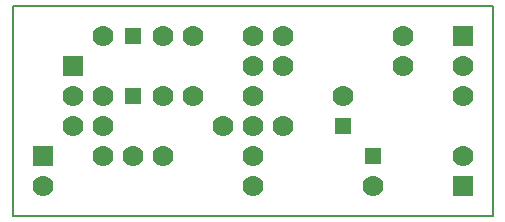
<source format=gtl>
G75*
%MOIN*%
%OFA0B0*%
%FSLAX25Y25*%
%IPPOS*%
%LPD*%
%AMOC8*
5,1,8,0,0,1.08239X$1,22.5*
%
%ADD10C,0.00500*%
%ADD11R,0.07000X0.07000*%
%ADD12C,0.07000*%
%ADD13R,0.05543X0.05543*%
D10*
X0001250Y0001250D02*
X0161250Y0001250D01*
X0161250Y0071250D01*
X0001250Y0071250D01*
X0001250Y0001250D01*
D11*
X0011250Y0021250D03*
X0021250Y0051250D03*
X0151250Y0061250D03*
X0151250Y0011250D03*
D12*
X0151250Y0021250D03*
X0121250Y0011250D03*
X0081250Y0011250D03*
X0081250Y0021250D03*
X0081250Y0031250D03*
X0091250Y0031250D03*
X0081250Y0041250D03*
X0071250Y0031250D03*
X0061250Y0041250D03*
X0051250Y0041250D03*
X0031250Y0041250D03*
X0021250Y0041250D03*
X0021250Y0031250D03*
X0031250Y0031250D03*
X0031250Y0021250D03*
X0041250Y0021250D03*
X0051250Y0021250D03*
X0011250Y0011250D03*
X0081250Y0051250D03*
X0091250Y0051250D03*
X0091250Y0061250D03*
X0081250Y0061250D03*
X0061250Y0061250D03*
X0051250Y0061250D03*
X0031250Y0061250D03*
X0111250Y0041250D03*
X0131250Y0051250D03*
X0151250Y0051250D03*
X0151250Y0041250D03*
X0131250Y0061250D03*
D13*
X0111250Y0031250D03*
X0121250Y0021250D03*
X0041250Y0041250D03*
X0041250Y0061250D03*
M02*

</source>
